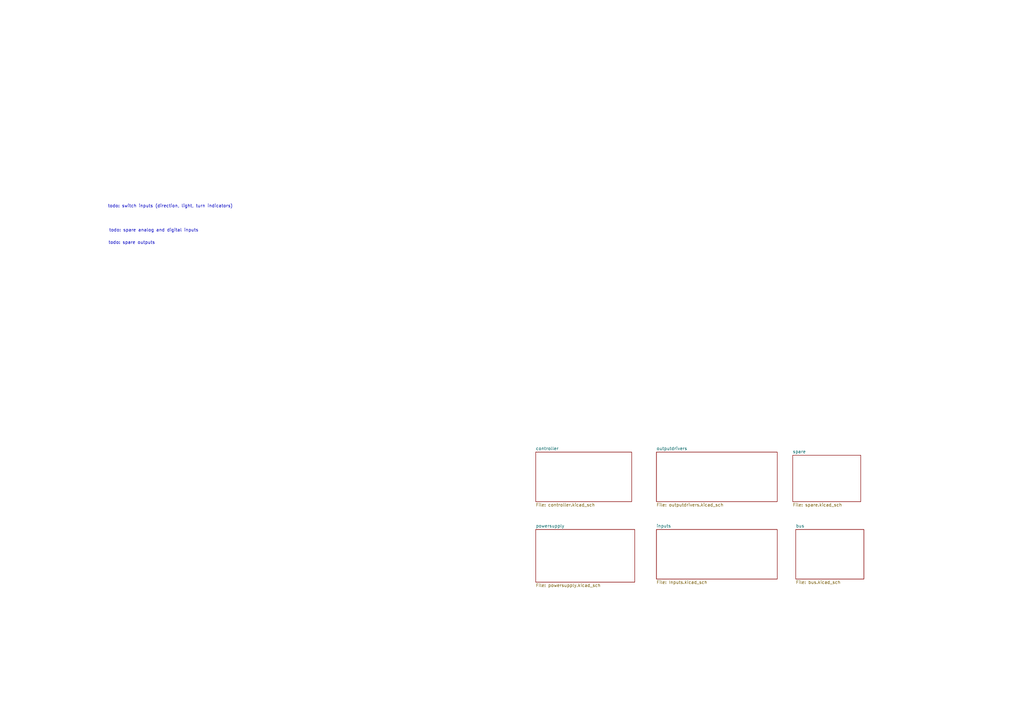
<source format=kicad_sch>
(kicad_sch
	(version 20231120)
	(generator "eeschema")
	(generator_version "8.0")
	(uuid "e63e39d7-6ac0-4ffd-8aa3-1841a4541b55")
	(paper "A3")
	(title_block
		(title "dxdash Dashboard for DXBUS")
		(date "2024-10-22")
		(rev "2")
	)
	(lib_symbols)
	(text "todo: spare outputs"
		(exclude_from_sim no)
		(at 44.45 100.33 0)
		(effects
			(font
				(size 1.27 1.27)
			)
			(justify left bottom)
		)
		(uuid "083ab51e-36a6-45b7-9736-08a4611aea5d")
	)
	(text "todo: switch inputs (direction, light, turn indicators)"
		(exclude_from_sim no)
		(at 44.196 85.344 0)
		(effects
			(font
				(size 1.27 1.27)
			)
			(justify left bottom)
		)
		(uuid "6ea12069-fc6c-49af-8f43-c0b6e0f2ee6a")
	)
	(text "todo: spare analog and digital inputs"
		(exclude_from_sim no)
		(at 44.704 95.25 0)
		(effects
			(font
				(size 1.27 1.27)
			)
			(justify left bottom)
		)
		(uuid "f161fc17-93b0-4cd8-a1e6-4828bf8a2ae0")
	)
	(sheet
		(at 269.24 185.42)
		(size 49.53 20.32)
		(fields_autoplaced yes)
		(stroke
			(width 0.1524)
			(type solid)
		)
		(fill
			(color 0 0 0 0.0000)
		)
		(uuid "539ec63d-ac7e-42ea-858e-ff2bf33430ea")
		(property "Sheetname" "outputdrivers"
			(at 269.24 184.7084 0)
			(effects
				(font
					(size 1.27 1.27)
				)
				(justify left bottom)
			)
		)
		(property "Sheetfile" "outputdrivers.kicad_sch"
			(at 269.24 206.3246 0)
			(effects
				(font
					(size 1.27 1.27)
				)
				(justify left top)
			)
		)
		(property "Field2" ""
			(at 269.24 185.42 0)
			(effects
				(font
					(size 1.27 1.27)
				)
				(hide yes)
			)
		)
		(instances
			(project "dxdash"
				(path "/e63e39d7-6ac0-4ffd-8aa3-1841a4541b55"
					(page "4")
				)
			)
		)
	)
	(sheet
		(at 219.71 185.42)
		(size 39.37 20.32)
		(fields_autoplaced yes)
		(stroke
			(width 0.1524)
			(type solid)
		)
		(fill
			(color 0 0 0 0.0000)
		)
		(uuid "5666e7cf-6b6c-4583-8335-aa3be69ccd45")
		(property "Sheetname" "controller"
			(at 219.71 184.7084 0)
			(effects
				(font
					(size 1.27 1.27)
				)
				(justify left bottom)
			)
		)
		(property "Sheetfile" "controller.kicad_sch"
			(at 219.71 206.3246 0)
			(effects
				(font
					(size 1.27 1.27)
				)
				(justify left top)
			)
		)
		(property "Field2" ""
			(at 219.71 185.42 0)
			(effects
				(font
					(size 1.27 1.27)
				)
				(hide yes)
			)
		)
		(instances
			(project "dxdash"
				(path "/e63e39d7-6ac0-4ffd-8aa3-1841a4541b55"
					(page "2")
				)
			)
		)
	)
	(sheet
		(at 325.12 186.69)
		(size 27.94 19.05)
		(fields_autoplaced yes)
		(stroke
			(width 0.1524)
			(type solid)
		)
		(fill
			(color 0 0 0 0.0000)
		)
		(uuid "5f264cb2-d509-40cd-8689-92eb5ea24d84")
		(property "Sheetname" "spare"
			(at 325.12 185.9784 0)
			(effects
				(font
					(size 1.27 1.27)
				)
				(justify left bottom)
			)
		)
		(property "Sheetfile" "spare.kicad_sch"
			(at 325.12 206.3246 0)
			(effects
				(font
					(size 1.27 1.27)
				)
				(justify left top)
			)
		)
		(instances
			(project "dxdash"
				(path "/e63e39d7-6ac0-4ffd-8aa3-1841a4541b55"
					(page "7")
				)
			)
		)
	)
	(sheet
		(at 219.71 217.17)
		(size 40.64 21.59)
		(fields_autoplaced yes)
		(stroke
			(width 0.1524)
			(type solid)
		)
		(fill
			(color 0 0 0 0.0000)
		)
		(uuid "81db238c-e53f-4d52-98ea-36a1df697651")
		(property "Sheetname" "powersupply"
			(at 219.71 216.4584 0)
			(effects
				(font
					(size 1.27 1.27)
				)
				(justify left bottom)
			)
		)
		(property "Sheetfile" "powersupply.kicad_sch"
			(at 219.71 239.3446 0)
			(effects
				(font
					(size 1.27 1.27)
				)
				(justify left top)
			)
		)
		(instances
			(project "dxdash"
				(path "/e63e39d7-6ac0-4ffd-8aa3-1841a4541b55"
					(page "3")
				)
			)
		)
	)
	(sheet
		(at 269.24 217.17)
		(size 49.53 20.32)
		(fields_autoplaced yes)
		(stroke
			(width 0.1524)
			(type solid)
		)
		(fill
			(color 0 0 0 0.0000)
		)
		(uuid "93c6207c-4203-4bc7-a590-e5e89c0d3d27")
		(property "Sheetname" "inputs"
			(at 269.24 216.4584 0)
			(effects
				(font
					(size 1.27 1.27)
				)
				(justify left bottom)
			)
		)
		(property "Sheetfile" "Inputs.kicad_sch"
			(at 269.24 238.0746 0)
			(effects
				(font
					(size 1.27 1.27)
				)
				(justify left top)
			)
		)
		(instances
			(project "dxdash"
				(path "/e63e39d7-6ac0-4ffd-8aa3-1841a4541b55"
					(page "5")
				)
			)
		)
	)
	(sheet
		(at 326.39 217.17)
		(size 27.94 20.32)
		(fields_autoplaced yes)
		(stroke
			(width 0.1524)
			(type solid)
		)
		(fill
			(color 0 0 0 0.0000)
		)
		(uuid "d59a343a-b7c9-47a9-9cba-f2e4ce551af7")
		(property "Sheetname" "bus"
			(at 326.39 216.4584 0)
			(effects
				(font
					(size 1.27 1.27)
				)
				(justify left bottom)
			)
		)
		(property "Sheetfile" "bus.kicad_sch"
			(at 326.39 238.0746 0)
			(effects
				(font
					(size 1.27 1.27)
				)
				(justify left top)
			)
		)
		(instances
			(project "dxdash"
				(path "/e63e39d7-6ac0-4ffd-8aa3-1841a4541b55"
					(page "6")
				)
			)
		)
	)
	(sheet_instances
		(path "/"
			(page "1")
		)
	)
)

</source>
